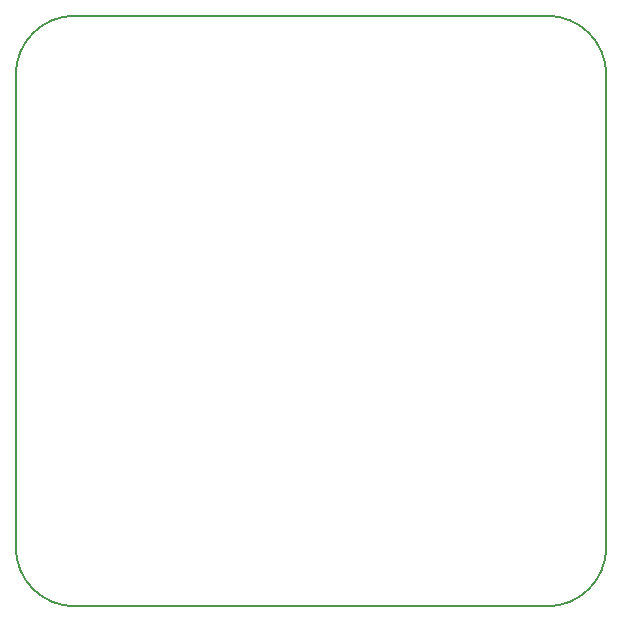
<source format=gko>
G04 Layer_Color=16720538*
%FSLAX25Y25*%
%MOIN*%
G70*
G01*
G75*
%ADD24C,0.00591*%
D24*
X0Y19685D02*
G03*
X19685Y0I19685J0D01*
G01*
X177165D02*
G03*
X196850Y19685I0J19685D01*
G01*
Y177165D02*
G03*
X177165Y196850I-19685J0D01*
G01*
X19685D02*
G03*
X0Y177165I0J-19685D01*
G01*
X19685Y196850D02*
X177165D01*
X0Y19685D02*
Y177165D01*
X196850Y19685D02*
Y177165D01*
X19685Y0D02*
X177165D01*
M02*

</source>
